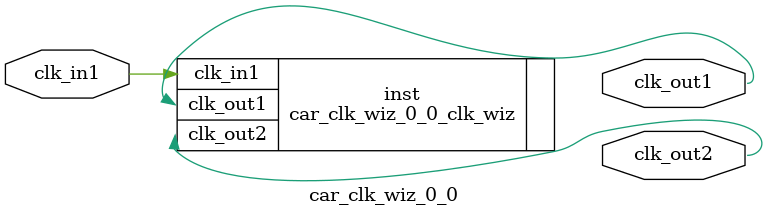
<source format=v>


`timescale 1ps/1ps

(* CORE_GENERATION_INFO = "car_clk_wiz_0_0,clk_wiz_v5_4_3_0,{component_name=car_clk_wiz_0_0,use_phase_alignment=true,use_min_o_jitter=false,use_max_i_jitter=false,use_dyn_phase_shift=false,use_inclk_switchover=false,use_dyn_reconfig=false,enable_axi=0,feedback_source=FDBK_AUTO,PRIMITIVE=MMCM,num_out_clk=2,clkin1_period=10.000,clkin2_period=10.000,use_power_down=false,use_reset=false,use_locked=false,use_inclk_stopped=false,feedback_type=SINGLE,CLOCK_MGR_TYPE=NA,manual_override=false}" *)

module car_clk_wiz_0_0 
 (
  // Clock out ports
  output        clk_out1,
  output        clk_out2,
 // Clock in ports
  input         clk_in1
 );

  car_clk_wiz_0_0_clk_wiz inst
  (
  // Clock out ports  
  .clk_out1(clk_out1),
  .clk_out2(clk_out2),
 // Clock in ports
  .clk_in1(clk_in1)
  );

endmodule

</source>
